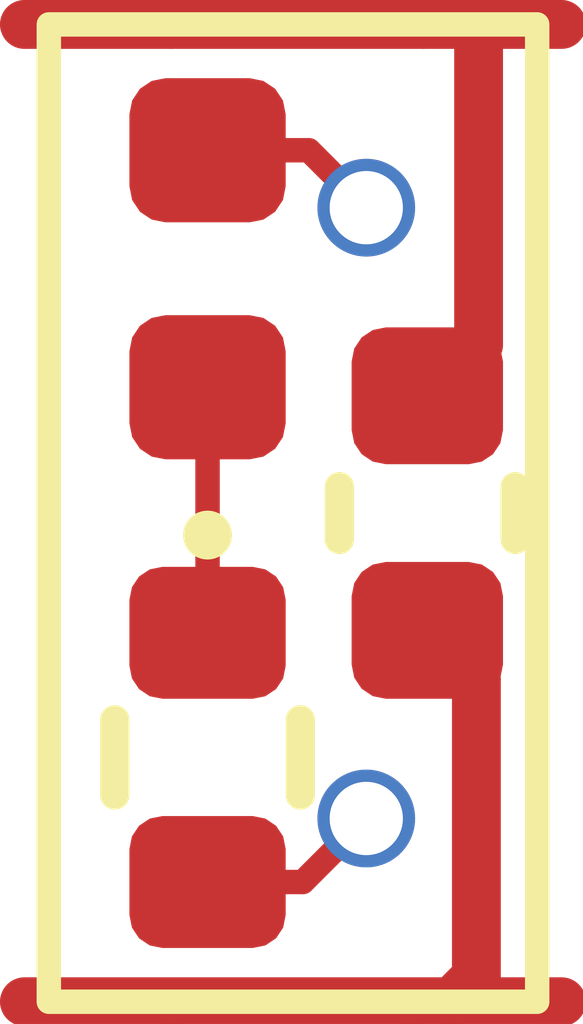
<source format=kicad_pcb>
(kicad_pcb (version 20241229) (generator "pcbnew") (generator_version "9.0")
  (layers (0 "F.Cu" signal) (2 "B.Cu" signal) (13 "F.Paste" user) (15 "B.Paste" user) (5 "F.SilkS" user "F.Silkscreen") (7 "B.SilkS" user "B.Silkscreen") (1 "F.Mask" user) (3 "B.Mask" user) (25 "Edge.Cuts" user))
  (net 0 "")
  (net 1 "GND")
  (net 2 "VDD")
  (net 3 "LED_GND")
  (net 4 "A")
  (net 5 "i")
  (footprint "Resistor_SMD:R_0402_1005Metric" (layer "F.Cu") (at 0.65 3 -90)
    (property "Reference" "R" (hide yes))
    (property "Value" "330" (hide yes))
    (fp_line (start -0.153641 0.38) (end 0.153641 0.38) (stroke (width 0.12)) (layer "F.SilkS"))
    (fp_line (start -0.153641 -0.38) (end 0.153641 -0.38) (stroke (width 0.12)) (layer "F.SilkS"))
    (pad "1" smd roundrect (at -0.51 0 270) (size 0.54 0.64) (layers "F.Cu" "F.Mask" "F.Paste") (net 5 "i"))
    (pad "2" smd roundrect (at 0.51 0 270) (size 0.54 0.64) (layers "F.Cu" "F.Mask" "F.Paste") (net 3 "LED_GND"))
  )
  (footprint "LED_SMD:LED_0402_1005Metric" (layer "F.Cu") (at 0.65 1 90)
    (property "Reference" "L" (hide yes))
    (property "Value" "")
    (fp_circle (center -1.09 0) (end -1.04 0) (stroke (width 0.1)) (fill no) (layer "F.SilkS"))
    (pad "1" smd roundrect (at -0.485 0 90) (size 0.59 0.64) (layers "F.Cu" "F.Mask" "F.Paste") (net 5 "i"))
    (pad "2" smd roundrect (at 0.485 0 90) (size 0.59 0.64) (layers "F.Cu" "F.Mask" "F.Paste") (net 4 "A"))
  )
  (footprint "Capacitor_SMD:C_0402_1005Metric" (layer "F.Cu") (at 1.55 2 90)
    (property "Reference" "DECAP.C" (hide yes))
    (property "Value" "0.1u" (hide yes))
    (fp_line (start -0.107836 -0.36) (end 0.107836 -0.36) (stroke (width 0.12)) (layer "F.SilkS"))
    (fp_line (start -0.107836 0.36) (end 0.107836 0.36) (stroke (width 0.12)) (layer "F.SilkS"))
    (pad "1" smd roundrect (at -0.48 0 90) (size 0.56 0.62) (layers "F.Cu" "F.Mask" "F.Paste") (net 2 "VDD"))
    (pad "2" smd roundrect (at 0.48 0 90) (size 0.56 0.62) (layers "F.Cu" "F.Mask" "F.Paste") (net 1 "GND"))
  )
  (gr_rect (start 0 0) (end 2 4) (stroke (width 0.1)) (fill no) (layer "F.SilkS"))
  (segment (start 0.5 0) (end 1.533 0) (width 0.2) (layer "F.Cu") (net 1))
  (segment (start 1.76 1.31) (end 1.76 0) (width 0.2) (layer "F.Cu") (net 1))
  (segment (start 1.76 0) (end 2.1 0) (width 0.2) (layer "F.Cu") (net 1))
  (segment (start 1.533 0) (end 1.76 0) (width 0.2) (layer "F.Cu") (net 1))
  (segment (start -0.1 0) (end 0.5 0) (width 0.2) (layer "F.Cu") (net 1))
  (segment (start 1.55 1.52) (end 1.76 1.31) (width 0.2) (layer "F.Cu") (net 1))
  (segment (start 1.751 2.681) (end 1.751 3.899) (width 0.2) (layer "F.Cu") (net 2))
  (segment (start -0.1 4) (end 0.5 4) (width 0.2) (layer "F.Cu") (net 2))
  (segment (start 0.5 4) (end 1.482 4) (width 0.2) (layer "F.Cu") (net 2))
  (segment (start 1.55 2.48) (end 1.751 2.681) (width 0.2) (layer "F.Cu") (net 2))
  (segment (start 1.65 4) (end 2.1 4) (width 0.2) (layer "F.Cu") (net 2))
  (segment (start 1.751 3.899) (end 1.65 4) (width 0.2) (layer "F.Cu") (net 2))
  (segment (start 1.482 4) (end 1.65 4) (width 0.2) (layer "F.Cu") (net 2))
  (segment (start 1.04 3.51) (end 1.3 3.25) (width 0.1) (layer "F.Cu") (net 3))
  (segment (start 0.45 3.51) (end 0.49 3.51) (width 0.1) (layer "F.Cu") (net 3))
  (segment (start 0.65 3.51) (end 1.04 3.51) (width 0.1) (layer "F.Cu") (net 3))
  (via (at 1.3 3.25) (size 0.4) (drill 0.3) (layers "F.Cu" "B.Cu") (net 3))
  (segment (start 0.65 0.515) (end 1.065 0.515) (width 0.1) (layer "F.Cu") (net 4))
  (segment (start 1.065 0.515) (end 1.3 0.75) (width 0.1) (layer "F.Cu") (net 4))
  (segment (start 0.45 0.515) (end 0.515 0.515) (width 0.1) (layer "F.Cu") (net 4))
  (via (at 1.3 0.75) (size 0.4) (drill 0.3) (layers "F.Cu" "B.Cu") (net 4))
  (segment (start 0.65 1.485) (end 0.65 2.49) (width 0.1) (layer "F.Cu") (net 5))
)
</source>
